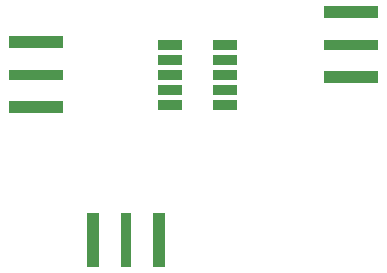
<source format=gbr>
%TF.GenerationSoftware,KiCad,Pcbnew,7.0.8*%
%TF.CreationDate,2024-03-13T12:02:18-04:00*%
%TF.ProjectId,Mixer,4d697865-722e-46b6-9963-61645f706362,rev?*%
%TF.SameCoordinates,Original*%
%TF.FileFunction,Paste,Top*%
%TF.FilePolarity,Positive*%
%FSLAX46Y46*%
G04 Gerber Fmt 4.6, Leading zero omitted, Abs format (unit mm)*
G04 Created by KiCad (PCBNEW 7.0.8) date 2024-03-13 12:02:18*
%MOMM*%
%LPD*%
G01*
G04 APERTURE LIST*
%ADD10R,4.560000X0.850000*%
%ADD11R,4.560000X1.000000*%
%ADD12R,0.850000X4.560000*%
%ADD13R,1.000000X4.560000*%
%ADD14R,2.159000X0.889000*%
G04 APERTURE END LIST*
D10*
%TO.C,REF\u002A\u002A*%
X62738000Y-76202750D03*
D11*
X62738000Y-73432750D03*
X62738000Y-78972750D03*
%TD*%
D12*
%TO.C,REF\u002A\u002A*%
X70360750Y-90170000D03*
D13*
X67590750Y-90170000D03*
X73130750Y-90170000D03*
%TD*%
D11*
%TO.C,REF\u002A\u002A*%
X89408000Y-70890000D03*
X89408000Y-76430000D03*
D10*
X89408000Y-73660000D03*
%TD*%
D14*
%TO.C,REF\u002A\u002A*%
X74041000Y-73660000D03*
X74041000Y-74930000D03*
X74041000Y-76200000D03*
X74041000Y-77470000D03*
X74041000Y-78740000D03*
X78740000Y-78740000D03*
X78740000Y-77470000D03*
X78740000Y-76200000D03*
X78740000Y-74930000D03*
X78740000Y-73660000D03*
%TD*%
M02*

</source>
